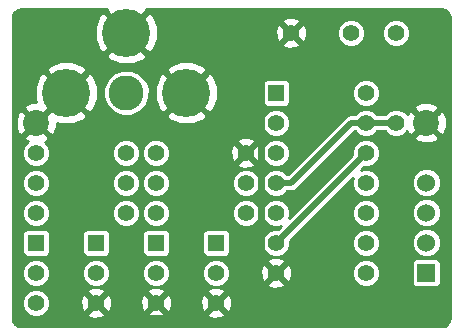
<source format=gbl>
G04 (created by PCBNEW (2013-05-16 BZR 4016)-stable) date 12/19/2013 7:04:02 PM*
%MOIN*%
G04 Gerber Fmt 3.4, Leading zero omitted, Abs format*
%FSLAX34Y34*%
G01*
G70*
G90*
G04 APERTURE LIST*
%ADD10C,0.00590551*%
%ADD11C,0.055*%
%ADD12R,0.055X0.055*%
%ADD13C,0.16*%
%ADD14C,0.117*%
%ADD15R,0.06X0.06*%
%ADD16C,0.06*%
%ADD17C,0.0866142*%
%ADD18C,0.024*%
%ADD19C,0.019*%
%ADD20C,0.01*%
G04 APERTURE END LIST*
G54D10*
G54D11*
X41000Y-36000D03*
X44000Y-36000D03*
X44000Y-37000D03*
X41000Y-37000D03*
X48000Y-37000D03*
X45000Y-37000D03*
X41000Y-35000D03*
X44000Y-35000D03*
X45000Y-35000D03*
X48000Y-35000D03*
X45000Y-36000D03*
X48000Y-36000D03*
X53000Y-31000D03*
X53000Y-34000D03*
G54D12*
X49000Y-33000D03*
G54D11*
X49000Y-34000D03*
X49000Y-35000D03*
X49000Y-36000D03*
X49000Y-37000D03*
X49000Y-38000D03*
X49000Y-39000D03*
X52000Y-39000D03*
X52000Y-38000D03*
X52000Y-37000D03*
X52000Y-36000D03*
X52000Y-35000D03*
X52000Y-34000D03*
X52000Y-33000D03*
X51500Y-31000D03*
X49500Y-31000D03*
G54D12*
X41000Y-38000D03*
G54D11*
X41000Y-39000D03*
X41000Y-40000D03*
G54D12*
X45000Y-38000D03*
G54D11*
X45000Y-39000D03*
X45000Y-40000D03*
G54D12*
X43000Y-38000D03*
G54D11*
X43000Y-39000D03*
X43000Y-40000D03*
G54D12*
X47000Y-38000D03*
G54D11*
X47000Y-39000D03*
X47000Y-40000D03*
G54D13*
X44000Y-31000D03*
X46000Y-33000D03*
X42000Y-33000D03*
G54D14*
X44000Y-33000D03*
G54D15*
X54000Y-39000D03*
G54D16*
X54000Y-38000D03*
X54000Y-37000D03*
X54000Y-36000D03*
G54D17*
X41000Y-34000D03*
X54000Y-34000D03*
G54D18*
X41000Y-34000D02*
X42000Y-33000D01*
X54000Y-34000D02*
X52000Y-32000D01*
X50500Y-32000D02*
X49500Y-31000D01*
X50500Y-32000D02*
X52000Y-32000D01*
X45500Y-40500D02*
X43500Y-40500D01*
X43500Y-40500D02*
X43000Y-40000D01*
X48000Y-35000D02*
X48500Y-35500D01*
X48500Y-32000D02*
X47000Y-32000D01*
X47000Y-32000D02*
X46000Y-33000D01*
X44000Y-31000D02*
X46000Y-33000D01*
X42000Y-33000D02*
X44000Y-31000D01*
X49000Y-39000D02*
X48500Y-38500D01*
X48500Y-38500D02*
X48500Y-35500D01*
X48500Y-35500D02*
X48500Y-32000D01*
X48500Y-32000D02*
X49500Y-31000D01*
X47000Y-40000D02*
X46500Y-40500D01*
X45500Y-40500D02*
X45000Y-40000D01*
X46500Y-40500D02*
X45500Y-40500D01*
X49000Y-39000D02*
X48500Y-39500D01*
X47500Y-39500D02*
X47000Y-40000D01*
X48500Y-39500D02*
X47500Y-39500D01*
X49500Y-38500D02*
X49000Y-39000D01*
G54D19*
X49000Y-38000D02*
X52000Y-35000D01*
X53000Y-34000D02*
X52000Y-34000D01*
X49000Y-36000D02*
X49500Y-36000D01*
X51500Y-34000D02*
X52000Y-34000D01*
X49500Y-36000D02*
X51500Y-34000D01*
G54D10*
G36*
X54799Y-40446D02*
X54794Y-40459D01*
X54764Y-40609D01*
X54702Y-40702D01*
X54687Y-40712D01*
X54687Y-34113D01*
X54678Y-33841D01*
X54591Y-33632D01*
X54482Y-33588D01*
X54411Y-33659D01*
X54411Y-33517D01*
X54367Y-33408D01*
X54113Y-33312D01*
X53841Y-33321D01*
X53632Y-33408D01*
X53588Y-33517D01*
X54000Y-33929D01*
X54411Y-33517D01*
X54411Y-33659D01*
X54070Y-34000D01*
X54482Y-34411D01*
X54591Y-34367D01*
X54687Y-34113D01*
X54687Y-40712D01*
X54609Y-40764D01*
X54490Y-40788D01*
X54490Y-37902D01*
X54490Y-36902D01*
X54490Y-35902D01*
X54415Y-35722D01*
X54411Y-35718D01*
X54411Y-34482D01*
X54000Y-34070D01*
X53929Y-34141D01*
X53929Y-34000D01*
X53517Y-33588D01*
X53465Y-33609D01*
X53465Y-30907D01*
X53394Y-30736D01*
X53263Y-30606D01*
X53092Y-30535D01*
X52907Y-30534D01*
X52736Y-30605D01*
X52606Y-30736D01*
X52535Y-30907D01*
X52534Y-31092D01*
X52605Y-31263D01*
X52736Y-31393D01*
X52907Y-31464D01*
X53092Y-31465D01*
X53263Y-31394D01*
X53393Y-31263D01*
X53464Y-31092D01*
X53465Y-30907D01*
X53465Y-33609D01*
X53408Y-33632D01*
X53376Y-33718D01*
X53263Y-33606D01*
X53092Y-33535D01*
X52907Y-33534D01*
X52736Y-33605D01*
X52627Y-33715D01*
X52465Y-33715D01*
X52465Y-32907D01*
X52394Y-32736D01*
X52263Y-32606D01*
X52092Y-32535D01*
X51965Y-32534D01*
X51965Y-30907D01*
X51894Y-30736D01*
X51763Y-30606D01*
X51592Y-30535D01*
X51407Y-30534D01*
X51236Y-30605D01*
X51106Y-30736D01*
X51035Y-30907D01*
X51034Y-31092D01*
X51105Y-31263D01*
X51236Y-31393D01*
X51407Y-31464D01*
X51592Y-31465D01*
X51763Y-31394D01*
X51893Y-31263D01*
X51964Y-31092D01*
X51965Y-30907D01*
X51965Y-32534D01*
X51907Y-32534D01*
X51736Y-32605D01*
X51606Y-32736D01*
X51535Y-32907D01*
X51534Y-33092D01*
X51605Y-33263D01*
X51736Y-33393D01*
X51907Y-33464D01*
X52092Y-33465D01*
X52263Y-33394D01*
X52393Y-33263D01*
X52464Y-33092D01*
X52465Y-32907D01*
X52465Y-33715D01*
X52372Y-33715D01*
X52263Y-33606D01*
X52092Y-33535D01*
X51907Y-33534D01*
X51736Y-33605D01*
X51627Y-33715D01*
X51500Y-33715D01*
X51499Y-33715D01*
X51390Y-33736D01*
X51298Y-33798D01*
X51298Y-33798D01*
X50029Y-35067D01*
X50029Y-31075D01*
X50018Y-30867D01*
X49960Y-30727D01*
X49867Y-30702D01*
X49797Y-30773D01*
X49797Y-30632D01*
X49772Y-30539D01*
X49575Y-30470D01*
X49367Y-30481D01*
X49227Y-30539D01*
X49202Y-30632D01*
X49500Y-30929D01*
X49797Y-30632D01*
X49797Y-30773D01*
X49570Y-31000D01*
X49867Y-31297D01*
X49960Y-31272D01*
X50029Y-31075D01*
X50029Y-35067D01*
X49797Y-35299D01*
X49797Y-31367D01*
X49500Y-31070D01*
X49429Y-31141D01*
X49429Y-31000D01*
X49132Y-30702D01*
X49039Y-30727D01*
X48970Y-30924D01*
X48981Y-31132D01*
X49039Y-31272D01*
X49132Y-31297D01*
X49429Y-31000D01*
X49429Y-31141D01*
X49202Y-31367D01*
X49227Y-31460D01*
X49424Y-31529D01*
X49632Y-31518D01*
X49772Y-31460D01*
X49797Y-31367D01*
X49797Y-35299D01*
X49465Y-35631D01*
X49465Y-34907D01*
X49465Y-33907D01*
X49465Y-33907D01*
X49465Y-33237D01*
X49465Y-32687D01*
X49436Y-32617D01*
X49382Y-32564D01*
X49312Y-32535D01*
X49237Y-32534D01*
X48687Y-32534D01*
X48617Y-32563D01*
X48564Y-32617D01*
X48535Y-32687D01*
X48534Y-32762D01*
X48534Y-33312D01*
X48563Y-33382D01*
X48617Y-33435D01*
X48687Y-33464D01*
X48762Y-33465D01*
X49312Y-33465D01*
X49382Y-33436D01*
X49435Y-33382D01*
X49464Y-33312D01*
X49465Y-33237D01*
X49465Y-33907D01*
X49394Y-33736D01*
X49263Y-33606D01*
X49092Y-33535D01*
X48907Y-33534D01*
X48736Y-33605D01*
X48606Y-33736D01*
X48535Y-33907D01*
X48534Y-34092D01*
X48605Y-34263D01*
X48736Y-34393D01*
X48907Y-34464D01*
X49092Y-34465D01*
X49263Y-34394D01*
X49393Y-34263D01*
X49464Y-34092D01*
X49465Y-33907D01*
X49465Y-34907D01*
X49394Y-34736D01*
X49263Y-34606D01*
X49092Y-34535D01*
X48907Y-34534D01*
X48736Y-34605D01*
X48606Y-34736D01*
X48535Y-34907D01*
X48534Y-35092D01*
X48605Y-35263D01*
X48736Y-35393D01*
X48907Y-35464D01*
X49092Y-35465D01*
X49263Y-35394D01*
X49393Y-35263D01*
X49464Y-35092D01*
X49465Y-34907D01*
X49465Y-35631D01*
X49381Y-35715D01*
X49372Y-35715D01*
X49263Y-35606D01*
X49092Y-35535D01*
X48907Y-35534D01*
X48736Y-35605D01*
X48606Y-35736D01*
X48535Y-35907D01*
X48534Y-36092D01*
X48605Y-36263D01*
X48736Y-36393D01*
X48907Y-36464D01*
X49092Y-36465D01*
X49263Y-36394D01*
X49372Y-36285D01*
X49499Y-36285D01*
X49500Y-36285D01*
X49500Y-36285D01*
X49590Y-36266D01*
X49609Y-36263D01*
X49609Y-36263D01*
X49701Y-36201D01*
X51618Y-34285D01*
X51627Y-34285D01*
X51736Y-34393D01*
X51907Y-34464D01*
X52092Y-34465D01*
X52263Y-34394D01*
X52372Y-34285D01*
X52627Y-34285D01*
X52736Y-34393D01*
X52907Y-34464D01*
X53092Y-34465D01*
X53263Y-34394D01*
X53373Y-34283D01*
X53408Y-34367D01*
X53517Y-34411D01*
X53929Y-34000D01*
X53929Y-34141D01*
X53588Y-34482D01*
X53632Y-34591D01*
X53886Y-34687D01*
X54158Y-34678D01*
X54367Y-34591D01*
X54411Y-34482D01*
X54411Y-35718D01*
X54277Y-35584D01*
X54097Y-35510D01*
X53902Y-35509D01*
X53722Y-35584D01*
X53584Y-35722D01*
X53510Y-35902D01*
X53509Y-36097D01*
X53584Y-36277D01*
X53722Y-36415D01*
X53902Y-36489D01*
X54097Y-36490D01*
X54277Y-36415D01*
X54415Y-36277D01*
X54489Y-36097D01*
X54490Y-35902D01*
X54490Y-36902D01*
X54415Y-36722D01*
X54277Y-36584D01*
X54097Y-36510D01*
X53902Y-36509D01*
X53722Y-36584D01*
X53584Y-36722D01*
X53510Y-36902D01*
X53509Y-37097D01*
X53584Y-37277D01*
X53722Y-37415D01*
X53902Y-37489D01*
X54097Y-37490D01*
X54277Y-37415D01*
X54415Y-37277D01*
X54489Y-37097D01*
X54490Y-36902D01*
X54490Y-37902D01*
X54415Y-37722D01*
X54277Y-37584D01*
X54097Y-37510D01*
X53902Y-37509D01*
X53722Y-37584D01*
X53584Y-37722D01*
X53510Y-37902D01*
X53509Y-38097D01*
X53584Y-38277D01*
X53722Y-38415D01*
X53902Y-38489D01*
X54097Y-38490D01*
X54277Y-38415D01*
X54415Y-38277D01*
X54489Y-38097D01*
X54490Y-37902D01*
X54490Y-40788D01*
X54490Y-40788D01*
X54490Y-39262D01*
X54490Y-38662D01*
X54461Y-38592D01*
X54407Y-38539D01*
X54337Y-38510D01*
X54262Y-38509D01*
X53662Y-38509D01*
X53592Y-38538D01*
X53539Y-38592D01*
X53510Y-38662D01*
X53509Y-38737D01*
X53509Y-39337D01*
X53538Y-39407D01*
X53592Y-39460D01*
X53662Y-39489D01*
X53737Y-39490D01*
X54337Y-39490D01*
X54407Y-39461D01*
X54460Y-39407D01*
X54489Y-39337D01*
X54490Y-39262D01*
X54490Y-40788D01*
X54479Y-40790D01*
X52465Y-40790D01*
X52465Y-38907D01*
X52465Y-37907D01*
X52465Y-36907D01*
X52465Y-35907D01*
X52394Y-35736D01*
X52263Y-35606D01*
X52092Y-35535D01*
X51907Y-35534D01*
X51840Y-35562D01*
X51938Y-35464D01*
X52092Y-35465D01*
X52263Y-35394D01*
X52393Y-35263D01*
X52464Y-35092D01*
X52465Y-34907D01*
X52394Y-34736D01*
X52263Y-34606D01*
X52092Y-34535D01*
X51907Y-34534D01*
X51736Y-34605D01*
X51606Y-34736D01*
X51535Y-34907D01*
X51534Y-35062D01*
X49437Y-37159D01*
X49464Y-37092D01*
X49465Y-36907D01*
X49394Y-36736D01*
X49263Y-36606D01*
X49092Y-36535D01*
X48907Y-36534D01*
X48736Y-36605D01*
X48606Y-36736D01*
X48535Y-36907D01*
X48534Y-37092D01*
X48605Y-37263D01*
X48736Y-37393D01*
X48907Y-37464D01*
X49092Y-37465D01*
X49159Y-37437D01*
X49061Y-37535D01*
X48907Y-37534D01*
X48736Y-37605D01*
X48606Y-37736D01*
X48535Y-37907D01*
X48534Y-38092D01*
X48605Y-38263D01*
X48736Y-38393D01*
X48907Y-38464D01*
X49092Y-38465D01*
X49263Y-38394D01*
X49393Y-38263D01*
X49464Y-38092D01*
X49465Y-37937D01*
X51562Y-35840D01*
X51535Y-35907D01*
X51534Y-36092D01*
X51605Y-36263D01*
X51736Y-36393D01*
X51907Y-36464D01*
X52092Y-36465D01*
X52263Y-36394D01*
X52393Y-36263D01*
X52464Y-36092D01*
X52465Y-35907D01*
X52465Y-36907D01*
X52394Y-36736D01*
X52263Y-36606D01*
X52092Y-36535D01*
X51907Y-36534D01*
X51736Y-36605D01*
X51606Y-36736D01*
X51535Y-36907D01*
X51534Y-37092D01*
X51605Y-37263D01*
X51736Y-37393D01*
X51907Y-37464D01*
X52092Y-37465D01*
X52263Y-37394D01*
X52393Y-37263D01*
X52464Y-37092D01*
X52465Y-36907D01*
X52465Y-37907D01*
X52394Y-37736D01*
X52263Y-37606D01*
X52092Y-37535D01*
X51907Y-37534D01*
X51736Y-37605D01*
X51606Y-37736D01*
X51535Y-37907D01*
X51534Y-38092D01*
X51605Y-38263D01*
X51736Y-38393D01*
X51907Y-38464D01*
X52092Y-38465D01*
X52263Y-38394D01*
X52393Y-38263D01*
X52464Y-38092D01*
X52465Y-37907D01*
X52465Y-38907D01*
X52394Y-38736D01*
X52263Y-38606D01*
X52092Y-38535D01*
X51907Y-38534D01*
X51736Y-38605D01*
X51606Y-38736D01*
X51535Y-38907D01*
X51534Y-39092D01*
X51605Y-39263D01*
X51736Y-39393D01*
X51907Y-39464D01*
X52092Y-39465D01*
X52263Y-39394D01*
X52393Y-39263D01*
X52464Y-39092D01*
X52465Y-38907D01*
X52465Y-40790D01*
X49529Y-40790D01*
X49529Y-39075D01*
X49518Y-38867D01*
X49460Y-38727D01*
X49367Y-38702D01*
X49297Y-38773D01*
X49297Y-38632D01*
X49272Y-38539D01*
X49075Y-38470D01*
X48867Y-38481D01*
X48727Y-38539D01*
X48702Y-38632D01*
X49000Y-38929D01*
X49297Y-38632D01*
X49297Y-38773D01*
X49070Y-39000D01*
X49367Y-39297D01*
X49460Y-39272D01*
X49529Y-39075D01*
X49529Y-40790D01*
X49297Y-40790D01*
X49297Y-39367D01*
X49000Y-39070D01*
X48929Y-39141D01*
X48929Y-39000D01*
X48632Y-38702D01*
X48539Y-38727D01*
X48529Y-38754D01*
X48529Y-35075D01*
X48518Y-34867D01*
X48460Y-34727D01*
X48367Y-34702D01*
X48297Y-34773D01*
X48297Y-34632D01*
X48272Y-34539D01*
X48075Y-34470D01*
X47867Y-34481D01*
X47727Y-34539D01*
X47702Y-34632D01*
X48000Y-34929D01*
X48297Y-34632D01*
X48297Y-34773D01*
X48070Y-35000D01*
X48367Y-35297D01*
X48460Y-35272D01*
X48529Y-35075D01*
X48529Y-38754D01*
X48470Y-38924D01*
X48481Y-39132D01*
X48539Y-39272D01*
X48632Y-39297D01*
X48929Y-39000D01*
X48929Y-39141D01*
X48702Y-39367D01*
X48727Y-39460D01*
X48924Y-39529D01*
X49132Y-39518D01*
X49272Y-39460D01*
X49297Y-39367D01*
X49297Y-40790D01*
X48465Y-40790D01*
X48465Y-36907D01*
X48465Y-35907D01*
X48394Y-35736D01*
X48297Y-35639D01*
X48297Y-35367D01*
X48000Y-35070D01*
X47929Y-35141D01*
X47929Y-35000D01*
X47632Y-34702D01*
X47539Y-34727D01*
X47470Y-34924D01*
X47481Y-35132D01*
X47539Y-35272D01*
X47632Y-35297D01*
X47929Y-35000D01*
X47929Y-35141D01*
X47702Y-35367D01*
X47727Y-35460D01*
X47924Y-35529D01*
X48132Y-35518D01*
X48272Y-35460D01*
X48297Y-35367D01*
X48297Y-35639D01*
X48263Y-35606D01*
X48092Y-35535D01*
X47907Y-35534D01*
X47736Y-35605D01*
X47606Y-35736D01*
X47535Y-35907D01*
X47534Y-36092D01*
X47605Y-36263D01*
X47736Y-36393D01*
X47907Y-36464D01*
X48092Y-36465D01*
X48263Y-36394D01*
X48393Y-36263D01*
X48464Y-36092D01*
X48465Y-35907D01*
X48465Y-36907D01*
X48394Y-36736D01*
X48263Y-36606D01*
X48092Y-36535D01*
X47907Y-36534D01*
X47736Y-36605D01*
X47606Y-36736D01*
X47535Y-36907D01*
X47534Y-37092D01*
X47605Y-37263D01*
X47736Y-37393D01*
X47907Y-37464D01*
X48092Y-37465D01*
X48263Y-37394D01*
X48393Y-37263D01*
X48464Y-37092D01*
X48465Y-36907D01*
X48465Y-40790D01*
X47529Y-40790D01*
X47529Y-40075D01*
X47518Y-39867D01*
X47465Y-39738D01*
X47465Y-38907D01*
X47465Y-38907D01*
X47465Y-38237D01*
X47465Y-37687D01*
X47436Y-37617D01*
X47382Y-37564D01*
X47312Y-37535D01*
X47237Y-37534D01*
X47051Y-37534D01*
X47051Y-33201D01*
X47048Y-32783D01*
X46894Y-32411D01*
X46747Y-32323D01*
X46676Y-32394D01*
X46676Y-32252D01*
X46588Y-32105D01*
X46201Y-31948D01*
X45783Y-31951D01*
X45411Y-32105D01*
X45323Y-32252D01*
X46000Y-32929D01*
X46676Y-32252D01*
X46676Y-32394D01*
X46070Y-33000D01*
X46747Y-33676D01*
X46894Y-33588D01*
X47051Y-33201D01*
X47051Y-37534D01*
X46687Y-37534D01*
X46676Y-37539D01*
X46676Y-33747D01*
X46000Y-33070D01*
X45929Y-33141D01*
X45929Y-33000D01*
X45252Y-32323D01*
X45105Y-32411D01*
X45051Y-32544D01*
X45051Y-31201D01*
X45048Y-30783D01*
X44894Y-30411D01*
X44747Y-30323D01*
X44070Y-31000D01*
X44747Y-31676D01*
X44894Y-31588D01*
X45051Y-31201D01*
X45051Y-32544D01*
X44948Y-32798D01*
X44951Y-33216D01*
X45105Y-33588D01*
X45252Y-33676D01*
X45929Y-33000D01*
X45929Y-33141D01*
X45323Y-33747D01*
X45411Y-33894D01*
X45798Y-34051D01*
X46216Y-34048D01*
X46588Y-33894D01*
X46676Y-33747D01*
X46676Y-37539D01*
X46617Y-37563D01*
X46564Y-37617D01*
X46535Y-37687D01*
X46534Y-37762D01*
X46534Y-38312D01*
X46563Y-38382D01*
X46617Y-38435D01*
X46687Y-38464D01*
X46762Y-38465D01*
X47312Y-38465D01*
X47382Y-38436D01*
X47435Y-38382D01*
X47464Y-38312D01*
X47465Y-38237D01*
X47465Y-38907D01*
X47394Y-38736D01*
X47263Y-38606D01*
X47092Y-38535D01*
X46907Y-38534D01*
X46736Y-38605D01*
X46606Y-38736D01*
X46535Y-38907D01*
X46534Y-39092D01*
X46605Y-39263D01*
X46736Y-39393D01*
X46907Y-39464D01*
X47092Y-39465D01*
X47263Y-39394D01*
X47393Y-39263D01*
X47464Y-39092D01*
X47465Y-38907D01*
X47465Y-39738D01*
X47460Y-39727D01*
X47367Y-39702D01*
X47297Y-39773D01*
X47297Y-39632D01*
X47272Y-39539D01*
X47075Y-39470D01*
X46867Y-39481D01*
X46727Y-39539D01*
X46702Y-39632D01*
X47000Y-39929D01*
X47297Y-39632D01*
X47297Y-39773D01*
X47070Y-40000D01*
X47367Y-40297D01*
X47460Y-40272D01*
X47529Y-40075D01*
X47529Y-40790D01*
X47297Y-40790D01*
X47297Y-40367D01*
X47000Y-40070D01*
X46929Y-40141D01*
X46929Y-40000D01*
X46632Y-39702D01*
X46539Y-39727D01*
X46470Y-39924D01*
X46481Y-40132D01*
X46539Y-40272D01*
X46632Y-40297D01*
X46929Y-40000D01*
X46929Y-40141D01*
X46702Y-40367D01*
X46727Y-40460D01*
X46924Y-40529D01*
X47132Y-40518D01*
X47272Y-40460D01*
X47297Y-40367D01*
X47297Y-40790D01*
X45529Y-40790D01*
X45529Y-40075D01*
X45518Y-39867D01*
X45465Y-39738D01*
X45465Y-38907D01*
X45465Y-36907D01*
X45465Y-35907D01*
X45465Y-34907D01*
X45394Y-34736D01*
X45263Y-34606D01*
X45092Y-34535D01*
X44907Y-34534D01*
X44775Y-34589D01*
X44775Y-32846D01*
X44676Y-32608D01*
X44676Y-31747D01*
X44000Y-31070D01*
X43929Y-31141D01*
X43929Y-31000D01*
X43252Y-30323D01*
X43105Y-30411D01*
X42948Y-30798D01*
X42951Y-31216D01*
X43105Y-31588D01*
X43252Y-31676D01*
X43929Y-31000D01*
X43929Y-31141D01*
X43323Y-31747D01*
X43411Y-31894D01*
X43798Y-32051D01*
X44216Y-32048D01*
X44588Y-31894D01*
X44676Y-31747D01*
X44676Y-32608D01*
X44657Y-32561D01*
X44439Y-32343D01*
X44154Y-32225D01*
X43846Y-32224D01*
X43561Y-32342D01*
X43343Y-32560D01*
X43225Y-32845D01*
X43224Y-33153D01*
X43342Y-33438D01*
X43560Y-33656D01*
X43845Y-33774D01*
X44153Y-33775D01*
X44438Y-33657D01*
X44656Y-33439D01*
X44774Y-33154D01*
X44775Y-32846D01*
X44775Y-34589D01*
X44736Y-34605D01*
X44606Y-34736D01*
X44535Y-34907D01*
X44534Y-35092D01*
X44605Y-35263D01*
X44736Y-35393D01*
X44907Y-35464D01*
X45092Y-35465D01*
X45263Y-35394D01*
X45393Y-35263D01*
X45464Y-35092D01*
X45465Y-34907D01*
X45465Y-35907D01*
X45394Y-35736D01*
X45263Y-35606D01*
X45092Y-35535D01*
X44907Y-35534D01*
X44736Y-35605D01*
X44606Y-35736D01*
X44535Y-35907D01*
X44534Y-36092D01*
X44605Y-36263D01*
X44736Y-36393D01*
X44907Y-36464D01*
X45092Y-36465D01*
X45263Y-36394D01*
X45393Y-36263D01*
X45464Y-36092D01*
X45465Y-35907D01*
X45465Y-36907D01*
X45394Y-36736D01*
X45263Y-36606D01*
X45092Y-36535D01*
X44907Y-36534D01*
X44736Y-36605D01*
X44606Y-36736D01*
X44535Y-36907D01*
X44534Y-37092D01*
X44605Y-37263D01*
X44736Y-37393D01*
X44907Y-37464D01*
X45092Y-37465D01*
X45263Y-37394D01*
X45393Y-37263D01*
X45464Y-37092D01*
X45465Y-36907D01*
X45465Y-38907D01*
X45465Y-38907D01*
X45465Y-38237D01*
X45465Y-37687D01*
X45436Y-37617D01*
X45382Y-37564D01*
X45312Y-37535D01*
X45237Y-37534D01*
X44687Y-37534D01*
X44617Y-37563D01*
X44564Y-37617D01*
X44535Y-37687D01*
X44534Y-37762D01*
X44534Y-38312D01*
X44563Y-38382D01*
X44617Y-38435D01*
X44687Y-38464D01*
X44762Y-38465D01*
X45312Y-38465D01*
X45382Y-38436D01*
X45435Y-38382D01*
X45464Y-38312D01*
X45465Y-38237D01*
X45465Y-38907D01*
X45394Y-38736D01*
X45263Y-38606D01*
X45092Y-38535D01*
X44907Y-38534D01*
X44736Y-38605D01*
X44606Y-38736D01*
X44535Y-38907D01*
X44534Y-39092D01*
X44605Y-39263D01*
X44736Y-39393D01*
X44907Y-39464D01*
X45092Y-39465D01*
X45263Y-39394D01*
X45393Y-39263D01*
X45464Y-39092D01*
X45465Y-38907D01*
X45465Y-39738D01*
X45460Y-39727D01*
X45367Y-39702D01*
X45297Y-39773D01*
X45297Y-39632D01*
X45272Y-39539D01*
X45075Y-39470D01*
X44867Y-39481D01*
X44727Y-39539D01*
X44702Y-39632D01*
X45000Y-39929D01*
X45297Y-39632D01*
X45297Y-39773D01*
X45070Y-40000D01*
X45367Y-40297D01*
X45460Y-40272D01*
X45529Y-40075D01*
X45529Y-40790D01*
X45297Y-40790D01*
X45297Y-40367D01*
X45000Y-40070D01*
X44929Y-40141D01*
X44929Y-40000D01*
X44632Y-39702D01*
X44539Y-39727D01*
X44470Y-39924D01*
X44481Y-40132D01*
X44539Y-40272D01*
X44632Y-40297D01*
X44929Y-40000D01*
X44929Y-40141D01*
X44702Y-40367D01*
X44727Y-40460D01*
X44924Y-40529D01*
X45132Y-40518D01*
X45272Y-40460D01*
X45297Y-40367D01*
X45297Y-40790D01*
X44465Y-40790D01*
X44465Y-36907D01*
X44465Y-35907D01*
X44465Y-34907D01*
X44394Y-34736D01*
X44263Y-34606D01*
X44092Y-34535D01*
X43907Y-34534D01*
X43736Y-34605D01*
X43606Y-34736D01*
X43535Y-34907D01*
X43534Y-35092D01*
X43605Y-35263D01*
X43736Y-35393D01*
X43907Y-35464D01*
X44092Y-35465D01*
X44263Y-35394D01*
X44393Y-35263D01*
X44464Y-35092D01*
X44465Y-34907D01*
X44465Y-35907D01*
X44394Y-35736D01*
X44263Y-35606D01*
X44092Y-35535D01*
X43907Y-35534D01*
X43736Y-35605D01*
X43606Y-35736D01*
X43535Y-35907D01*
X43534Y-36092D01*
X43605Y-36263D01*
X43736Y-36393D01*
X43907Y-36464D01*
X44092Y-36465D01*
X44263Y-36394D01*
X44393Y-36263D01*
X44464Y-36092D01*
X44465Y-35907D01*
X44465Y-36907D01*
X44394Y-36736D01*
X44263Y-36606D01*
X44092Y-36535D01*
X43907Y-36534D01*
X43736Y-36605D01*
X43606Y-36736D01*
X43535Y-36907D01*
X43534Y-37092D01*
X43605Y-37263D01*
X43736Y-37393D01*
X43907Y-37464D01*
X44092Y-37465D01*
X44263Y-37394D01*
X44393Y-37263D01*
X44464Y-37092D01*
X44465Y-36907D01*
X44465Y-40790D01*
X43529Y-40790D01*
X43529Y-40075D01*
X43518Y-39867D01*
X43465Y-39738D01*
X43465Y-38907D01*
X43465Y-38907D01*
X43465Y-38237D01*
X43465Y-37687D01*
X43436Y-37617D01*
X43382Y-37564D01*
X43312Y-37535D01*
X43237Y-37534D01*
X43051Y-37534D01*
X43051Y-33201D01*
X43048Y-32783D01*
X42894Y-32411D01*
X42747Y-32323D01*
X42676Y-32394D01*
X42676Y-32252D01*
X42588Y-32105D01*
X42201Y-31948D01*
X41783Y-31951D01*
X41411Y-32105D01*
X41323Y-32252D01*
X42000Y-32929D01*
X42676Y-32252D01*
X42676Y-32394D01*
X42070Y-33000D01*
X42747Y-33676D01*
X42894Y-33588D01*
X43051Y-33201D01*
X43051Y-37534D01*
X42687Y-37534D01*
X42676Y-37539D01*
X42676Y-33747D01*
X42000Y-33070D01*
X41929Y-33141D01*
X41929Y-33000D01*
X41252Y-32323D01*
X41105Y-32411D01*
X40948Y-32798D01*
X40951Y-33216D01*
X40993Y-33316D01*
X40841Y-33321D01*
X40632Y-33408D01*
X40588Y-33517D01*
X41000Y-33929D01*
X41252Y-33676D01*
X41411Y-33517D01*
X41929Y-33000D01*
X41929Y-33141D01*
X41482Y-33588D01*
X41323Y-33747D01*
X41070Y-34000D01*
X41482Y-34411D01*
X41591Y-34367D01*
X41687Y-34113D01*
X41683Y-34004D01*
X41798Y-34051D01*
X42216Y-34048D01*
X42588Y-33894D01*
X42676Y-33747D01*
X42676Y-37539D01*
X42617Y-37563D01*
X42564Y-37617D01*
X42535Y-37687D01*
X42534Y-37762D01*
X42534Y-38312D01*
X42563Y-38382D01*
X42617Y-38435D01*
X42687Y-38464D01*
X42762Y-38465D01*
X43312Y-38465D01*
X43382Y-38436D01*
X43435Y-38382D01*
X43464Y-38312D01*
X43465Y-38237D01*
X43465Y-38907D01*
X43394Y-38736D01*
X43263Y-38606D01*
X43092Y-38535D01*
X42907Y-38534D01*
X42736Y-38605D01*
X42606Y-38736D01*
X42535Y-38907D01*
X42534Y-39092D01*
X42605Y-39263D01*
X42736Y-39393D01*
X42907Y-39464D01*
X43092Y-39465D01*
X43263Y-39394D01*
X43393Y-39263D01*
X43464Y-39092D01*
X43465Y-38907D01*
X43465Y-39738D01*
X43460Y-39727D01*
X43367Y-39702D01*
X43297Y-39773D01*
X43297Y-39632D01*
X43272Y-39539D01*
X43075Y-39470D01*
X42867Y-39481D01*
X42727Y-39539D01*
X42702Y-39632D01*
X43000Y-39929D01*
X43297Y-39632D01*
X43297Y-39773D01*
X43070Y-40000D01*
X43367Y-40297D01*
X43460Y-40272D01*
X43529Y-40075D01*
X43529Y-40790D01*
X43297Y-40790D01*
X43297Y-40367D01*
X43000Y-40070D01*
X42929Y-40141D01*
X42929Y-40000D01*
X42632Y-39702D01*
X42539Y-39727D01*
X42470Y-39924D01*
X42481Y-40132D01*
X42539Y-40272D01*
X42632Y-40297D01*
X42929Y-40000D01*
X42929Y-40141D01*
X42702Y-40367D01*
X42727Y-40460D01*
X42924Y-40529D01*
X43132Y-40518D01*
X43272Y-40460D01*
X43297Y-40367D01*
X43297Y-40790D01*
X41465Y-40790D01*
X41465Y-39907D01*
X41465Y-38907D01*
X41465Y-36907D01*
X41465Y-35907D01*
X41465Y-34907D01*
X41394Y-34736D01*
X41283Y-34626D01*
X41367Y-34591D01*
X41411Y-34482D01*
X41000Y-34070D01*
X40929Y-34141D01*
X40929Y-34000D01*
X40517Y-33588D01*
X40408Y-33632D01*
X40312Y-33886D01*
X40321Y-34158D01*
X40408Y-34367D01*
X40517Y-34411D01*
X40929Y-34000D01*
X40929Y-34141D01*
X40588Y-34482D01*
X40632Y-34591D01*
X40718Y-34623D01*
X40606Y-34736D01*
X40535Y-34907D01*
X40534Y-35092D01*
X40605Y-35263D01*
X40736Y-35393D01*
X40907Y-35464D01*
X41092Y-35465D01*
X41263Y-35394D01*
X41393Y-35263D01*
X41464Y-35092D01*
X41465Y-34907D01*
X41465Y-35907D01*
X41394Y-35736D01*
X41263Y-35606D01*
X41092Y-35535D01*
X40907Y-35534D01*
X40736Y-35605D01*
X40606Y-35736D01*
X40535Y-35907D01*
X40534Y-36092D01*
X40605Y-36263D01*
X40736Y-36393D01*
X40907Y-36464D01*
X41092Y-36465D01*
X41263Y-36394D01*
X41393Y-36263D01*
X41464Y-36092D01*
X41465Y-35907D01*
X41465Y-36907D01*
X41394Y-36736D01*
X41263Y-36606D01*
X41092Y-36535D01*
X40907Y-36534D01*
X40736Y-36605D01*
X40606Y-36736D01*
X40535Y-36907D01*
X40534Y-37092D01*
X40605Y-37263D01*
X40736Y-37393D01*
X40907Y-37464D01*
X41092Y-37465D01*
X41263Y-37394D01*
X41393Y-37263D01*
X41464Y-37092D01*
X41465Y-36907D01*
X41465Y-38907D01*
X41465Y-38907D01*
X41465Y-38237D01*
X41465Y-37687D01*
X41436Y-37617D01*
X41382Y-37564D01*
X41312Y-37535D01*
X41237Y-37534D01*
X40687Y-37534D01*
X40617Y-37563D01*
X40564Y-37617D01*
X40535Y-37687D01*
X40534Y-37762D01*
X40534Y-38312D01*
X40563Y-38382D01*
X40617Y-38435D01*
X40687Y-38464D01*
X40762Y-38465D01*
X41312Y-38465D01*
X41382Y-38436D01*
X41435Y-38382D01*
X41464Y-38312D01*
X41465Y-38237D01*
X41465Y-38907D01*
X41394Y-38736D01*
X41263Y-38606D01*
X41092Y-38535D01*
X40907Y-38534D01*
X40736Y-38605D01*
X40606Y-38736D01*
X40535Y-38907D01*
X40534Y-39092D01*
X40605Y-39263D01*
X40736Y-39393D01*
X40907Y-39464D01*
X41092Y-39465D01*
X41263Y-39394D01*
X41393Y-39263D01*
X41464Y-39092D01*
X41465Y-38907D01*
X41465Y-39907D01*
X41394Y-39736D01*
X41263Y-39606D01*
X41092Y-39535D01*
X40907Y-39534D01*
X40736Y-39605D01*
X40606Y-39736D01*
X40535Y-39907D01*
X40534Y-40092D01*
X40605Y-40263D01*
X40736Y-40393D01*
X40907Y-40464D01*
X41092Y-40465D01*
X41263Y-40394D01*
X41393Y-40263D01*
X41464Y-40092D01*
X41465Y-39907D01*
X41465Y-40790D01*
X40521Y-40790D01*
X40390Y-40764D01*
X40297Y-40702D01*
X40235Y-40609D01*
X40209Y-40479D01*
X40209Y-30520D01*
X40235Y-30390D01*
X40297Y-30297D01*
X40390Y-30235D01*
X40521Y-30209D01*
X43349Y-30209D01*
X43323Y-30252D01*
X44000Y-30929D01*
X44676Y-30252D01*
X44650Y-30209D01*
X54479Y-30209D01*
X54609Y-30235D01*
X54702Y-30297D01*
X54764Y-30390D01*
X54790Y-30521D01*
X54790Y-40400D01*
X54799Y-40446D01*
X54799Y-40446D01*
G37*
G54D20*
X54799Y-40446D02*
X54794Y-40459D01*
X54764Y-40609D01*
X54702Y-40702D01*
X54687Y-40712D01*
X54687Y-34113D01*
X54678Y-33841D01*
X54591Y-33632D01*
X54482Y-33588D01*
X54411Y-33659D01*
X54411Y-33517D01*
X54367Y-33408D01*
X54113Y-33312D01*
X53841Y-33321D01*
X53632Y-33408D01*
X53588Y-33517D01*
X54000Y-33929D01*
X54411Y-33517D01*
X54411Y-33659D01*
X54070Y-34000D01*
X54482Y-34411D01*
X54591Y-34367D01*
X54687Y-34113D01*
X54687Y-40712D01*
X54609Y-40764D01*
X54490Y-40788D01*
X54490Y-37902D01*
X54490Y-36902D01*
X54490Y-35902D01*
X54415Y-35722D01*
X54411Y-35718D01*
X54411Y-34482D01*
X54000Y-34070D01*
X53929Y-34141D01*
X53929Y-34000D01*
X53517Y-33588D01*
X53465Y-33609D01*
X53465Y-30907D01*
X53394Y-30736D01*
X53263Y-30606D01*
X53092Y-30535D01*
X52907Y-30534D01*
X52736Y-30605D01*
X52606Y-30736D01*
X52535Y-30907D01*
X52534Y-31092D01*
X52605Y-31263D01*
X52736Y-31393D01*
X52907Y-31464D01*
X53092Y-31465D01*
X53263Y-31394D01*
X53393Y-31263D01*
X53464Y-31092D01*
X53465Y-30907D01*
X53465Y-33609D01*
X53408Y-33632D01*
X53376Y-33718D01*
X53263Y-33606D01*
X53092Y-33535D01*
X52907Y-33534D01*
X52736Y-33605D01*
X52627Y-33715D01*
X52465Y-33715D01*
X52465Y-32907D01*
X52394Y-32736D01*
X52263Y-32606D01*
X52092Y-32535D01*
X51965Y-32534D01*
X51965Y-30907D01*
X51894Y-30736D01*
X51763Y-30606D01*
X51592Y-30535D01*
X51407Y-30534D01*
X51236Y-30605D01*
X51106Y-30736D01*
X51035Y-30907D01*
X51034Y-31092D01*
X51105Y-31263D01*
X51236Y-31393D01*
X51407Y-31464D01*
X51592Y-31465D01*
X51763Y-31394D01*
X51893Y-31263D01*
X51964Y-31092D01*
X51965Y-30907D01*
X51965Y-32534D01*
X51907Y-32534D01*
X51736Y-32605D01*
X51606Y-32736D01*
X51535Y-32907D01*
X51534Y-33092D01*
X51605Y-33263D01*
X51736Y-33393D01*
X51907Y-33464D01*
X52092Y-33465D01*
X52263Y-33394D01*
X52393Y-33263D01*
X52464Y-33092D01*
X52465Y-32907D01*
X52465Y-33715D01*
X52372Y-33715D01*
X52263Y-33606D01*
X52092Y-33535D01*
X51907Y-33534D01*
X51736Y-33605D01*
X51627Y-33715D01*
X51500Y-33715D01*
X51499Y-33715D01*
X51390Y-33736D01*
X51298Y-33798D01*
X51298Y-33798D01*
X50029Y-35067D01*
X50029Y-31075D01*
X50018Y-30867D01*
X49960Y-30727D01*
X49867Y-30702D01*
X49797Y-30773D01*
X49797Y-30632D01*
X49772Y-30539D01*
X49575Y-30470D01*
X49367Y-30481D01*
X49227Y-30539D01*
X49202Y-30632D01*
X49500Y-30929D01*
X49797Y-30632D01*
X49797Y-30773D01*
X49570Y-31000D01*
X49867Y-31297D01*
X49960Y-31272D01*
X50029Y-31075D01*
X50029Y-35067D01*
X49797Y-35299D01*
X49797Y-31367D01*
X49500Y-31070D01*
X49429Y-31141D01*
X49429Y-31000D01*
X49132Y-30702D01*
X49039Y-30727D01*
X48970Y-30924D01*
X48981Y-31132D01*
X49039Y-31272D01*
X49132Y-31297D01*
X49429Y-31000D01*
X49429Y-31141D01*
X49202Y-31367D01*
X49227Y-31460D01*
X49424Y-31529D01*
X49632Y-31518D01*
X49772Y-31460D01*
X49797Y-31367D01*
X49797Y-35299D01*
X49465Y-35631D01*
X49465Y-34907D01*
X49465Y-33907D01*
X49465Y-33907D01*
X49465Y-33237D01*
X49465Y-32687D01*
X49436Y-32617D01*
X49382Y-32564D01*
X49312Y-32535D01*
X49237Y-32534D01*
X48687Y-32534D01*
X48617Y-32563D01*
X48564Y-32617D01*
X48535Y-32687D01*
X48534Y-32762D01*
X48534Y-33312D01*
X48563Y-33382D01*
X48617Y-33435D01*
X48687Y-33464D01*
X48762Y-33465D01*
X49312Y-33465D01*
X49382Y-33436D01*
X49435Y-33382D01*
X49464Y-33312D01*
X49465Y-33237D01*
X49465Y-33907D01*
X49394Y-33736D01*
X49263Y-33606D01*
X49092Y-33535D01*
X48907Y-33534D01*
X48736Y-33605D01*
X48606Y-33736D01*
X48535Y-33907D01*
X48534Y-34092D01*
X48605Y-34263D01*
X48736Y-34393D01*
X48907Y-34464D01*
X49092Y-34465D01*
X49263Y-34394D01*
X49393Y-34263D01*
X49464Y-34092D01*
X49465Y-33907D01*
X49465Y-34907D01*
X49394Y-34736D01*
X49263Y-34606D01*
X49092Y-34535D01*
X48907Y-34534D01*
X48736Y-34605D01*
X48606Y-34736D01*
X48535Y-34907D01*
X48534Y-35092D01*
X48605Y-35263D01*
X48736Y-35393D01*
X48907Y-35464D01*
X49092Y-35465D01*
X49263Y-35394D01*
X49393Y-35263D01*
X49464Y-35092D01*
X49465Y-34907D01*
X49465Y-35631D01*
X49381Y-35715D01*
X49372Y-35715D01*
X49263Y-35606D01*
X49092Y-35535D01*
X48907Y-35534D01*
X48736Y-35605D01*
X48606Y-35736D01*
X48535Y-35907D01*
X48534Y-36092D01*
X48605Y-36263D01*
X48736Y-36393D01*
X48907Y-36464D01*
X49092Y-36465D01*
X49263Y-36394D01*
X49372Y-36285D01*
X49499Y-36285D01*
X49500Y-36285D01*
X49500Y-36285D01*
X49590Y-36266D01*
X49609Y-36263D01*
X49609Y-36263D01*
X49701Y-36201D01*
X51618Y-34285D01*
X51627Y-34285D01*
X51736Y-34393D01*
X51907Y-34464D01*
X52092Y-34465D01*
X52263Y-34394D01*
X52372Y-34285D01*
X52627Y-34285D01*
X52736Y-34393D01*
X52907Y-34464D01*
X53092Y-34465D01*
X53263Y-34394D01*
X53373Y-34283D01*
X53408Y-34367D01*
X53517Y-34411D01*
X53929Y-34000D01*
X53929Y-34141D01*
X53588Y-34482D01*
X53632Y-34591D01*
X53886Y-34687D01*
X54158Y-34678D01*
X54367Y-34591D01*
X54411Y-34482D01*
X54411Y-35718D01*
X54277Y-35584D01*
X54097Y-35510D01*
X53902Y-35509D01*
X53722Y-35584D01*
X53584Y-35722D01*
X53510Y-35902D01*
X53509Y-36097D01*
X53584Y-36277D01*
X53722Y-36415D01*
X53902Y-36489D01*
X54097Y-36490D01*
X54277Y-36415D01*
X54415Y-36277D01*
X54489Y-36097D01*
X54490Y-35902D01*
X54490Y-36902D01*
X54415Y-36722D01*
X54277Y-36584D01*
X54097Y-36510D01*
X53902Y-36509D01*
X53722Y-36584D01*
X53584Y-36722D01*
X53510Y-36902D01*
X53509Y-37097D01*
X53584Y-37277D01*
X53722Y-37415D01*
X53902Y-37489D01*
X54097Y-37490D01*
X54277Y-37415D01*
X54415Y-37277D01*
X54489Y-37097D01*
X54490Y-36902D01*
X54490Y-37902D01*
X54415Y-37722D01*
X54277Y-37584D01*
X54097Y-37510D01*
X53902Y-37509D01*
X53722Y-37584D01*
X53584Y-37722D01*
X53510Y-37902D01*
X53509Y-38097D01*
X53584Y-38277D01*
X53722Y-38415D01*
X53902Y-38489D01*
X54097Y-38490D01*
X54277Y-38415D01*
X54415Y-38277D01*
X54489Y-38097D01*
X54490Y-37902D01*
X54490Y-40788D01*
X54490Y-40788D01*
X54490Y-39262D01*
X54490Y-38662D01*
X54461Y-38592D01*
X54407Y-38539D01*
X54337Y-38510D01*
X54262Y-38509D01*
X53662Y-38509D01*
X53592Y-38538D01*
X53539Y-38592D01*
X53510Y-38662D01*
X53509Y-38737D01*
X53509Y-39337D01*
X53538Y-39407D01*
X53592Y-39460D01*
X53662Y-39489D01*
X53737Y-39490D01*
X54337Y-39490D01*
X54407Y-39461D01*
X54460Y-39407D01*
X54489Y-39337D01*
X54490Y-39262D01*
X54490Y-40788D01*
X54479Y-40790D01*
X52465Y-40790D01*
X52465Y-38907D01*
X52465Y-37907D01*
X52465Y-36907D01*
X52465Y-35907D01*
X52394Y-35736D01*
X52263Y-35606D01*
X52092Y-35535D01*
X51907Y-35534D01*
X51840Y-35562D01*
X51938Y-35464D01*
X52092Y-35465D01*
X52263Y-35394D01*
X52393Y-35263D01*
X52464Y-35092D01*
X52465Y-34907D01*
X52394Y-34736D01*
X52263Y-34606D01*
X52092Y-34535D01*
X51907Y-34534D01*
X51736Y-34605D01*
X51606Y-34736D01*
X51535Y-34907D01*
X51534Y-35062D01*
X49437Y-37159D01*
X49464Y-37092D01*
X49465Y-36907D01*
X49394Y-36736D01*
X49263Y-36606D01*
X49092Y-36535D01*
X48907Y-36534D01*
X48736Y-36605D01*
X48606Y-36736D01*
X48535Y-36907D01*
X48534Y-37092D01*
X48605Y-37263D01*
X48736Y-37393D01*
X48907Y-37464D01*
X49092Y-37465D01*
X49159Y-37437D01*
X49061Y-37535D01*
X48907Y-37534D01*
X48736Y-37605D01*
X48606Y-37736D01*
X48535Y-37907D01*
X48534Y-38092D01*
X48605Y-38263D01*
X48736Y-38393D01*
X48907Y-38464D01*
X49092Y-38465D01*
X49263Y-38394D01*
X49393Y-38263D01*
X49464Y-38092D01*
X49465Y-37937D01*
X51562Y-35840D01*
X51535Y-35907D01*
X51534Y-36092D01*
X51605Y-36263D01*
X51736Y-36393D01*
X51907Y-36464D01*
X52092Y-36465D01*
X52263Y-36394D01*
X52393Y-36263D01*
X52464Y-36092D01*
X52465Y-35907D01*
X52465Y-36907D01*
X52394Y-36736D01*
X52263Y-36606D01*
X52092Y-36535D01*
X51907Y-36534D01*
X51736Y-36605D01*
X51606Y-36736D01*
X51535Y-36907D01*
X51534Y-37092D01*
X51605Y-37263D01*
X51736Y-37393D01*
X51907Y-37464D01*
X52092Y-37465D01*
X52263Y-37394D01*
X52393Y-37263D01*
X52464Y-37092D01*
X52465Y-36907D01*
X52465Y-37907D01*
X52394Y-37736D01*
X52263Y-37606D01*
X52092Y-37535D01*
X51907Y-37534D01*
X51736Y-37605D01*
X51606Y-37736D01*
X51535Y-37907D01*
X51534Y-38092D01*
X51605Y-38263D01*
X51736Y-38393D01*
X51907Y-38464D01*
X52092Y-38465D01*
X52263Y-38394D01*
X52393Y-38263D01*
X52464Y-38092D01*
X52465Y-37907D01*
X52465Y-38907D01*
X52394Y-38736D01*
X52263Y-38606D01*
X52092Y-38535D01*
X51907Y-38534D01*
X51736Y-38605D01*
X51606Y-38736D01*
X51535Y-38907D01*
X51534Y-39092D01*
X51605Y-39263D01*
X51736Y-39393D01*
X51907Y-39464D01*
X52092Y-39465D01*
X52263Y-39394D01*
X52393Y-39263D01*
X52464Y-39092D01*
X52465Y-38907D01*
X52465Y-40790D01*
X49529Y-40790D01*
X49529Y-39075D01*
X49518Y-38867D01*
X49460Y-38727D01*
X49367Y-38702D01*
X49297Y-38773D01*
X49297Y-38632D01*
X49272Y-38539D01*
X49075Y-38470D01*
X48867Y-38481D01*
X48727Y-38539D01*
X48702Y-38632D01*
X49000Y-38929D01*
X49297Y-38632D01*
X49297Y-38773D01*
X49070Y-39000D01*
X49367Y-39297D01*
X49460Y-39272D01*
X49529Y-39075D01*
X49529Y-40790D01*
X49297Y-40790D01*
X49297Y-39367D01*
X49000Y-39070D01*
X48929Y-39141D01*
X48929Y-39000D01*
X48632Y-38702D01*
X48539Y-38727D01*
X48529Y-38754D01*
X48529Y-35075D01*
X48518Y-34867D01*
X48460Y-34727D01*
X48367Y-34702D01*
X48297Y-34773D01*
X48297Y-34632D01*
X48272Y-34539D01*
X48075Y-34470D01*
X47867Y-34481D01*
X47727Y-34539D01*
X47702Y-34632D01*
X48000Y-34929D01*
X48297Y-34632D01*
X48297Y-34773D01*
X48070Y-35000D01*
X48367Y-35297D01*
X48460Y-35272D01*
X48529Y-35075D01*
X48529Y-38754D01*
X48470Y-38924D01*
X48481Y-39132D01*
X48539Y-39272D01*
X48632Y-39297D01*
X48929Y-39000D01*
X48929Y-39141D01*
X48702Y-39367D01*
X48727Y-39460D01*
X48924Y-39529D01*
X49132Y-39518D01*
X49272Y-39460D01*
X49297Y-39367D01*
X49297Y-40790D01*
X48465Y-40790D01*
X48465Y-36907D01*
X48465Y-35907D01*
X48394Y-35736D01*
X48297Y-35639D01*
X48297Y-35367D01*
X48000Y-35070D01*
X47929Y-35141D01*
X47929Y-35000D01*
X47632Y-34702D01*
X47539Y-34727D01*
X47470Y-34924D01*
X47481Y-35132D01*
X47539Y-35272D01*
X47632Y-35297D01*
X47929Y-35000D01*
X47929Y-35141D01*
X47702Y-35367D01*
X47727Y-35460D01*
X47924Y-35529D01*
X48132Y-35518D01*
X48272Y-35460D01*
X48297Y-35367D01*
X48297Y-35639D01*
X48263Y-35606D01*
X48092Y-35535D01*
X47907Y-35534D01*
X47736Y-35605D01*
X47606Y-35736D01*
X47535Y-35907D01*
X47534Y-36092D01*
X47605Y-36263D01*
X47736Y-36393D01*
X47907Y-36464D01*
X48092Y-36465D01*
X48263Y-36394D01*
X48393Y-36263D01*
X48464Y-36092D01*
X48465Y-35907D01*
X48465Y-36907D01*
X48394Y-36736D01*
X48263Y-36606D01*
X48092Y-36535D01*
X47907Y-36534D01*
X47736Y-36605D01*
X47606Y-36736D01*
X47535Y-36907D01*
X47534Y-37092D01*
X47605Y-37263D01*
X47736Y-37393D01*
X47907Y-37464D01*
X48092Y-37465D01*
X48263Y-37394D01*
X48393Y-37263D01*
X48464Y-37092D01*
X48465Y-36907D01*
X48465Y-40790D01*
X47529Y-40790D01*
X47529Y-40075D01*
X47518Y-39867D01*
X47465Y-39738D01*
X47465Y-38907D01*
X47465Y-38907D01*
X47465Y-38237D01*
X47465Y-37687D01*
X47436Y-37617D01*
X47382Y-37564D01*
X47312Y-37535D01*
X47237Y-37534D01*
X47051Y-37534D01*
X47051Y-33201D01*
X47048Y-32783D01*
X46894Y-32411D01*
X46747Y-32323D01*
X46676Y-32394D01*
X46676Y-32252D01*
X46588Y-32105D01*
X46201Y-31948D01*
X45783Y-31951D01*
X45411Y-32105D01*
X45323Y-32252D01*
X46000Y-32929D01*
X46676Y-32252D01*
X46676Y-32394D01*
X46070Y-33000D01*
X46747Y-33676D01*
X46894Y-33588D01*
X47051Y-33201D01*
X47051Y-37534D01*
X46687Y-37534D01*
X46676Y-37539D01*
X46676Y-33747D01*
X46000Y-33070D01*
X45929Y-33141D01*
X45929Y-33000D01*
X45252Y-32323D01*
X45105Y-32411D01*
X45051Y-32544D01*
X45051Y-31201D01*
X45048Y-30783D01*
X44894Y-30411D01*
X44747Y-30323D01*
X44070Y-31000D01*
X44747Y-31676D01*
X44894Y-31588D01*
X45051Y-31201D01*
X45051Y-32544D01*
X44948Y-32798D01*
X44951Y-33216D01*
X45105Y-33588D01*
X45252Y-33676D01*
X45929Y-33000D01*
X45929Y-33141D01*
X45323Y-33747D01*
X45411Y-33894D01*
X45798Y-34051D01*
X46216Y-34048D01*
X46588Y-33894D01*
X46676Y-33747D01*
X46676Y-37539D01*
X46617Y-37563D01*
X46564Y-37617D01*
X46535Y-37687D01*
X46534Y-37762D01*
X46534Y-38312D01*
X46563Y-38382D01*
X46617Y-38435D01*
X46687Y-38464D01*
X46762Y-38465D01*
X47312Y-38465D01*
X47382Y-38436D01*
X47435Y-38382D01*
X47464Y-38312D01*
X47465Y-38237D01*
X47465Y-38907D01*
X47394Y-38736D01*
X47263Y-38606D01*
X47092Y-38535D01*
X46907Y-38534D01*
X46736Y-38605D01*
X46606Y-38736D01*
X46535Y-38907D01*
X46534Y-39092D01*
X46605Y-39263D01*
X46736Y-39393D01*
X46907Y-39464D01*
X47092Y-39465D01*
X47263Y-39394D01*
X47393Y-39263D01*
X47464Y-39092D01*
X47465Y-38907D01*
X47465Y-39738D01*
X47460Y-39727D01*
X47367Y-39702D01*
X47297Y-39773D01*
X47297Y-39632D01*
X47272Y-39539D01*
X47075Y-39470D01*
X46867Y-39481D01*
X46727Y-39539D01*
X46702Y-39632D01*
X47000Y-39929D01*
X47297Y-39632D01*
X47297Y-39773D01*
X47070Y-40000D01*
X47367Y-40297D01*
X47460Y-40272D01*
X47529Y-40075D01*
X47529Y-40790D01*
X47297Y-40790D01*
X47297Y-40367D01*
X47000Y-40070D01*
X46929Y-40141D01*
X46929Y-40000D01*
X46632Y-39702D01*
X46539Y-39727D01*
X46470Y-39924D01*
X46481Y-40132D01*
X46539Y-40272D01*
X46632Y-40297D01*
X46929Y-40000D01*
X46929Y-40141D01*
X46702Y-40367D01*
X46727Y-40460D01*
X46924Y-40529D01*
X47132Y-40518D01*
X47272Y-40460D01*
X47297Y-40367D01*
X47297Y-40790D01*
X45529Y-40790D01*
X45529Y-40075D01*
X45518Y-39867D01*
X45465Y-39738D01*
X45465Y-38907D01*
X45465Y-36907D01*
X45465Y-35907D01*
X45465Y-34907D01*
X45394Y-34736D01*
X45263Y-34606D01*
X45092Y-34535D01*
X44907Y-34534D01*
X44775Y-34589D01*
X44775Y-32846D01*
X44676Y-32608D01*
X44676Y-31747D01*
X44000Y-31070D01*
X43929Y-31141D01*
X43929Y-31000D01*
X43252Y-30323D01*
X43105Y-30411D01*
X42948Y-30798D01*
X42951Y-31216D01*
X43105Y-31588D01*
X43252Y-31676D01*
X43929Y-31000D01*
X43929Y-31141D01*
X43323Y-31747D01*
X43411Y-31894D01*
X43798Y-32051D01*
X44216Y-32048D01*
X44588Y-31894D01*
X44676Y-31747D01*
X44676Y-32608D01*
X44657Y-32561D01*
X44439Y-32343D01*
X44154Y-32225D01*
X43846Y-32224D01*
X43561Y-32342D01*
X43343Y-32560D01*
X43225Y-32845D01*
X43224Y-33153D01*
X43342Y-33438D01*
X43560Y-33656D01*
X43845Y-33774D01*
X44153Y-33775D01*
X44438Y-33657D01*
X44656Y-33439D01*
X44774Y-33154D01*
X44775Y-32846D01*
X44775Y-34589D01*
X44736Y-34605D01*
X44606Y-34736D01*
X44535Y-34907D01*
X44534Y-35092D01*
X44605Y-35263D01*
X44736Y-35393D01*
X44907Y-35464D01*
X45092Y-35465D01*
X45263Y-35394D01*
X45393Y-35263D01*
X45464Y-35092D01*
X45465Y-34907D01*
X45465Y-35907D01*
X45394Y-35736D01*
X45263Y-35606D01*
X45092Y-35535D01*
X44907Y-35534D01*
X44736Y-35605D01*
X44606Y-35736D01*
X44535Y-35907D01*
X44534Y-36092D01*
X44605Y-36263D01*
X44736Y-36393D01*
X44907Y-36464D01*
X45092Y-36465D01*
X45263Y-36394D01*
X45393Y-36263D01*
X45464Y-36092D01*
X45465Y-35907D01*
X45465Y-36907D01*
X45394Y-36736D01*
X45263Y-36606D01*
X45092Y-36535D01*
X44907Y-36534D01*
X44736Y-36605D01*
X44606Y-36736D01*
X44535Y-36907D01*
X44534Y-37092D01*
X44605Y-37263D01*
X44736Y-37393D01*
X44907Y-37464D01*
X45092Y-37465D01*
X45263Y-37394D01*
X45393Y-37263D01*
X45464Y-37092D01*
X45465Y-36907D01*
X45465Y-38907D01*
X45465Y-38907D01*
X45465Y-38237D01*
X45465Y-37687D01*
X45436Y-37617D01*
X45382Y-37564D01*
X45312Y-37535D01*
X45237Y-37534D01*
X44687Y-37534D01*
X44617Y-37563D01*
X44564Y-37617D01*
X44535Y-37687D01*
X44534Y-37762D01*
X44534Y-38312D01*
X44563Y-38382D01*
X44617Y-38435D01*
X44687Y-38464D01*
X44762Y-38465D01*
X45312Y-38465D01*
X45382Y-38436D01*
X45435Y-38382D01*
X45464Y-38312D01*
X45465Y-38237D01*
X45465Y-38907D01*
X45394Y-38736D01*
X45263Y-38606D01*
X45092Y-38535D01*
X44907Y-38534D01*
X44736Y-38605D01*
X44606Y-38736D01*
X44535Y-38907D01*
X44534Y-39092D01*
X44605Y-39263D01*
X44736Y-39393D01*
X44907Y-39464D01*
X45092Y-39465D01*
X45263Y-39394D01*
X45393Y-39263D01*
X45464Y-39092D01*
X45465Y-38907D01*
X45465Y-39738D01*
X45460Y-39727D01*
X45367Y-39702D01*
X45297Y-39773D01*
X45297Y-39632D01*
X45272Y-39539D01*
X45075Y-39470D01*
X44867Y-39481D01*
X44727Y-39539D01*
X44702Y-39632D01*
X45000Y-39929D01*
X45297Y-39632D01*
X45297Y-39773D01*
X45070Y-40000D01*
X45367Y-40297D01*
X45460Y-40272D01*
X45529Y-40075D01*
X45529Y-40790D01*
X45297Y-40790D01*
X45297Y-40367D01*
X45000Y-40070D01*
X44929Y-40141D01*
X44929Y-40000D01*
X44632Y-39702D01*
X44539Y-39727D01*
X44470Y-39924D01*
X44481Y-40132D01*
X44539Y-40272D01*
X44632Y-40297D01*
X44929Y-40000D01*
X44929Y-40141D01*
X44702Y-40367D01*
X44727Y-40460D01*
X44924Y-40529D01*
X45132Y-40518D01*
X45272Y-40460D01*
X45297Y-40367D01*
X45297Y-40790D01*
X44465Y-40790D01*
X44465Y-36907D01*
X44465Y-35907D01*
X44465Y-34907D01*
X44394Y-34736D01*
X44263Y-34606D01*
X44092Y-34535D01*
X43907Y-34534D01*
X43736Y-34605D01*
X43606Y-34736D01*
X43535Y-34907D01*
X43534Y-35092D01*
X43605Y-35263D01*
X43736Y-35393D01*
X43907Y-35464D01*
X44092Y-35465D01*
X44263Y-35394D01*
X44393Y-35263D01*
X44464Y-35092D01*
X44465Y-34907D01*
X44465Y-35907D01*
X44394Y-35736D01*
X44263Y-35606D01*
X44092Y-35535D01*
X43907Y-35534D01*
X43736Y-35605D01*
X43606Y-35736D01*
X43535Y-35907D01*
X43534Y-36092D01*
X43605Y-36263D01*
X43736Y-36393D01*
X43907Y-36464D01*
X44092Y-36465D01*
X44263Y-36394D01*
X44393Y-36263D01*
X44464Y-36092D01*
X44465Y-35907D01*
X44465Y-36907D01*
X44394Y-36736D01*
X44263Y-36606D01*
X44092Y-36535D01*
X43907Y-36534D01*
X43736Y-36605D01*
X43606Y-36736D01*
X43535Y-36907D01*
X43534Y-37092D01*
X43605Y-37263D01*
X43736Y-37393D01*
X43907Y-37464D01*
X44092Y-37465D01*
X44263Y-37394D01*
X44393Y-37263D01*
X44464Y-37092D01*
X44465Y-36907D01*
X44465Y-40790D01*
X43529Y-40790D01*
X43529Y-40075D01*
X43518Y-39867D01*
X43465Y-39738D01*
X43465Y-38907D01*
X43465Y-38907D01*
X43465Y-38237D01*
X43465Y-37687D01*
X43436Y-37617D01*
X43382Y-37564D01*
X43312Y-37535D01*
X43237Y-37534D01*
X43051Y-37534D01*
X43051Y-33201D01*
X43048Y-32783D01*
X42894Y-32411D01*
X42747Y-32323D01*
X42676Y-32394D01*
X42676Y-32252D01*
X42588Y-32105D01*
X42201Y-31948D01*
X41783Y-31951D01*
X41411Y-32105D01*
X41323Y-32252D01*
X42000Y-32929D01*
X42676Y-32252D01*
X42676Y-32394D01*
X42070Y-33000D01*
X42747Y-33676D01*
X42894Y-33588D01*
X43051Y-33201D01*
X43051Y-37534D01*
X42687Y-37534D01*
X42676Y-37539D01*
X42676Y-33747D01*
X42000Y-33070D01*
X41929Y-33141D01*
X41929Y-33000D01*
X41252Y-32323D01*
X41105Y-32411D01*
X40948Y-32798D01*
X40951Y-33216D01*
X40993Y-33316D01*
X40841Y-33321D01*
X40632Y-33408D01*
X40588Y-33517D01*
X41000Y-33929D01*
X41252Y-33676D01*
X41411Y-33517D01*
X41929Y-33000D01*
X41929Y-33141D01*
X41482Y-33588D01*
X41323Y-33747D01*
X41070Y-34000D01*
X41482Y-34411D01*
X41591Y-34367D01*
X41687Y-34113D01*
X41683Y-34004D01*
X41798Y-34051D01*
X42216Y-34048D01*
X42588Y-33894D01*
X42676Y-33747D01*
X42676Y-37539D01*
X42617Y-37563D01*
X42564Y-37617D01*
X42535Y-37687D01*
X42534Y-37762D01*
X42534Y-38312D01*
X42563Y-38382D01*
X42617Y-38435D01*
X42687Y-38464D01*
X42762Y-38465D01*
X43312Y-38465D01*
X43382Y-38436D01*
X43435Y-38382D01*
X43464Y-38312D01*
X43465Y-38237D01*
X43465Y-38907D01*
X43394Y-38736D01*
X43263Y-38606D01*
X43092Y-38535D01*
X42907Y-38534D01*
X42736Y-38605D01*
X42606Y-38736D01*
X42535Y-38907D01*
X42534Y-39092D01*
X42605Y-39263D01*
X42736Y-39393D01*
X42907Y-39464D01*
X43092Y-39465D01*
X43263Y-39394D01*
X43393Y-39263D01*
X43464Y-39092D01*
X43465Y-38907D01*
X43465Y-39738D01*
X43460Y-39727D01*
X43367Y-39702D01*
X43297Y-39773D01*
X43297Y-39632D01*
X43272Y-39539D01*
X43075Y-39470D01*
X42867Y-39481D01*
X42727Y-39539D01*
X42702Y-39632D01*
X43000Y-39929D01*
X43297Y-39632D01*
X43297Y-39773D01*
X43070Y-40000D01*
X43367Y-40297D01*
X43460Y-40272D01*
X43529Y-40075D01*
X43529Y-40790D01*
X43297Y-40790D01*
X43297Y-40367D01*
X43000Y-40070D01*
X42929Y-40141D01*
X42929Y-40000D01*
X42632Y-39702D01*
X42539Y-39727D01*
X42470Y-39924D01*
X42481Y-40132D01*
X42539Y-40272D01*
X42632Y-40297D01*
X42929Y-40000D01*
X42929Y-40141D01*
X42702Y-40367D01*
X42727Y-40460D01*
X42924Y-40529D01*
X43132Y-40518D01*
X43272Y-40460D01*
X43297Y-40367D01*
X43297Y-40790D01*
X41465Y-40790D01*
X41465Y-39907D01*
X41465Y-38907D01*
X41465Y-36907D01*
X41465Y-35907D01*
X41465Y-34907D01*
X41394Y-34736D01*
X41283Y-34626D01*
X41367Y-34591D01*
X41411Y-34482D01*
X41000Y-34070D01*
X40929Y-34141D01*
X40929Y-34000D01*
X40517Y-33588D01*
X40408Y-33632D01*
X40312Y-33886D01*
X40321Y-34158D01*
X40408Y-34367D01*
X40517Y-34411D01*
X40929Y-34000D01*
X40929Y-34141D01*
X40588Y-34482D01*
X40632Y-34591D01*
X40718Y-34623D01*
X40606Y-34736D01*
X40535Y-34907D01*
X40534Y-35092D01*
X40605Y-35263D01*
X40736Y-35393D01*
X40907Y-35464D01*
X41092Y-35465D01*
X41263Y-35394D01*
X41393Y-35263D01*
X41464Y-35092D01*
X41465Y-34907D01*
X41465Y-35907D01*
X41394Y-35736D01*
X41263Y-35606D01*
X41092Y-35535D01*
X40907Y-35534D01*
X40736Y-35605D01*
X40606Y-35736D01*
X40535Y-35907D01*
X40534Y-36092D01*
X40605Y-36263D01*
X40736Y-36393D01*
X40907Y-36464D01*
X41092Y-36465D01*
X41263Y-36394D01*
X41393Y-36263D01*
X41464Y-36092D01*
X41465Y-35907D01*
X41465Y-36907D01*
X41394Y-36736D01*
X41263Y-36606D01*
X41092Y-36535D01*
X40907Y-36534D01*
X40736Y-36605D01*
X40606Y-36736D01*
X40535Y-36907D01*
X40534Y-37092D01*
X40605Y-37263D01*
X40736Y-37393D01*
X40907Y-37464D01*
X41092Y-37465D01*
X41263Y-37394D01*
X41393Y-37263D01*
X41464Y-37092D01*
X41465Y-36907D01*
X41465Y-38907D01*
X41465Y-38907D01*
X41465Y-38237D01*
X41465Y-37687D01*
X41436Y-37617D01*
X41382Y-37564D01*
X41312Y-37535D01*
X41237Y-37534D01*
X40687Y-37534D01*
X40617Y-37563D01*
X40564Y-37617D01*
X40535Y-37687D01*
X40534Y-37762D01*
X40534Y-38312D01*
X40563Y-38382D01*
X40617Y-38435D01*
X40687Y-38464D01*
X40762Y-38465D01*
X41312Y-38465D01*
X41382Y-38436D01*
X41435Y-38382D01*
X41464Y-38312D01*
X41465Y-38237D01*
X41465Y-38907D01*
X41394Y-38736D01*
X41263Y-38606D01*
X41092Y-38535D01*
X40907Y-38534D01*
X40736Y-38605D01*
X40606Y-38736D01*
X40535Y-38907D01*
X40534Y-39092D01*
X40605Y-39263D01*
X40736Y-39393D01*
X40907Y-39464D01*
X41092Y-39465D01*
X41263Y-39394D01*
X41393Y-39263D01*
X41464Y-39092D01*
X41465Y-38907D01*
X41465Y-39907D01*
X41394Y-39736D01*
X41263Y-39606D01*
X41092Y-39535D01*
X40907Y-39534D01*
X40736Y-39605D01*
X40606Y-39736D01*
X40535Y-39907D01*
X40534Y-40092D01*
X40605Y-40263D01*
X40736Y-40393D01*
X40907Y-40464D01*
X41092Y-40465D01*
X41263Y-40394D01*
X41393Y-40263D01*
X41464Y-40092D01*
X41465Y-39907D01*
X41465Y-40790D01*
X40521Y-40790D01*
X40390Y-40764D01*
X40297Y-40702D01*
X40235Y-40609D01*
X40209Y-40479D01*
X40209Y-30520D01*
X40235Y-30390D01*
X40297Y-30297D01*
X40390Y-30235D01*
X40521Y-30209D01*
X43349Y-30209D01*
X43323Y-30252D01*
X44000Y-30929D01*
X44676Y-30252D01*
X44650Y-30209D01*
X54479Y-30209D01*
X54609Y-30235D01*
X54702Y-30297D01*
X54764Y-30390D01*
X54790Y-30521D01*
X54790Y-40400D01*
X54799Y-40446D01*
M02*

</source>
